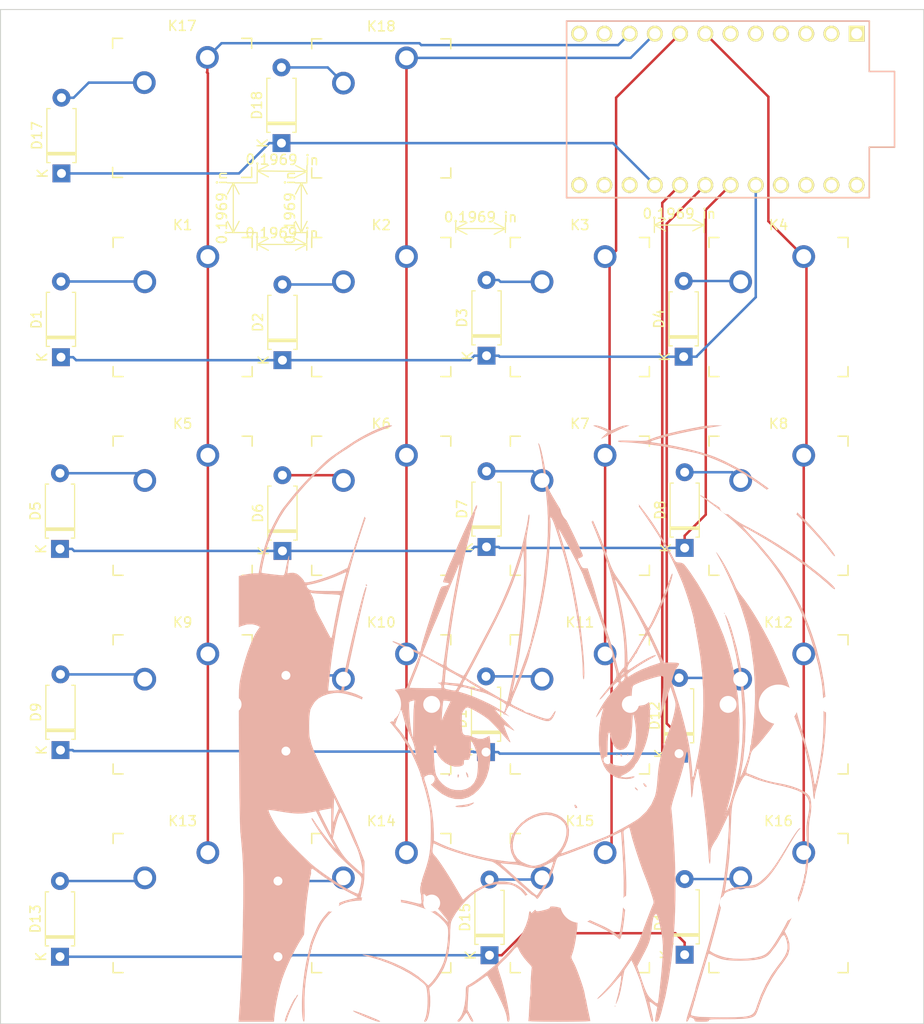
<source format=kicad_pcb>
(kicad_pcb (version 20171130) (host pcbnew "(5.1.6)-1")
  (layers (0 F.Cu signal) (31 B.Cu signal) (34 B.Paste user) (35 F.Paste user) (36 B.SilkS user) (37 F.SilkS user) (38 B.Mask user) (39 F.Mask user) (44 Edge.Cuts user))
  (net 0 "")
  (net 1 "Net-(D1-Pad2)")
  (net 2 "Net-(D1-Pad1)")
  (net 3 "Net-(D2-Pad2)")
  (net 4 "Net-(D3-Pad2)")
  (net 5 "Net-(D4-Pad2)")
  (net 6 "Net-(D5-Pad2)")
  (net 7 "Net-(D5-Pad1)")
  (net 8 "Net-(D6-Pad2)")
  (net 9 "Net-(D7-Pad2)")
  (net 10 "Net-(D8-Pad2)")
  (net 11 "Net-(D9-Pad2)")
  (net 12 "Net-(D10-Pad1)")
  (net 13 "Net-(D10-Pad2)")
  (net 14 "Net-(D11-Pad2)")
  (net 15 "Net-(D12-Pad2)")
  (net 16 "Net-(D13-Pad2)")
  (net 17 "Net-(D13-Pad1)")
  (net 18 "Net-(D14-Pad2)")
  (net 19 "Net-(D15-Pad2)")
  (net 20 "Net-(D16-Pad2)")
  (net 21 "Net-(D17-Pad2)")
  (net 22 "Net-(D17-Pad1)")
  (net 23 "Net-(D18-Pad2)")
  (net 24 C1)
  (net 25 C2)
  (net 26 C3)
  (net 27 C4)
  (net 28 "Net-(U1-Pad24)")
  (net 29 "Net-(U1-Pad23)")
  (net 30 "Net-(U1-Pad22)")
  (net 31 "Net-(U1-Pad21)")
  (net 32 "Net-(U1-Pad15)")
  (net 33 "Net-(U1-Pad14)")
  (net 34 "Net-(U1-Pad13)")
  (net 35 "Net-(U1-Pad12)")
  (net 36 "Net-(U1-Pad11)")
  (net 37 "Net-(U1-Pad6)")
  (net 38 "Net-(U1-Pad5)")
  (net 39 "Net-(U1-Pad4)")
  (net 40 "Net-(U1-Pad3)")
  (net 41 "Net-(U1-Pad2)")
  (net 42 "Net-(U1-Pad1)")
  (module Logo:Logo (layer B.Cu) (at 146.7612 84.5312 180)
    (fp_text reference G*** hide)
    (fp_text value LOGO hide)
  )
  (module Keyboard:SW_MX (layer F.Cu) (at 171.05 42.65)
    (fp_text reference K4 (at 0 -8.255) (layer F.SilkS))
    (fp_text value KEYSW)
    (pad "" np_thru_hole circle (at -5.08 0) (size 1.7018 1.7018) (drill 1.7018) (layers *.Cu *.Mask))
    (pad "" np_thru_hole circle (at 5.08 0) (size 1.7018 1.7018) (drill 1.7018) (layers *.Cu *.Mask))
    (pad 2 thru_hole circle (at -3.81 -2.54) (size 2.286 2.286) (drill 1.4986) (layers *.Cu *.Mask) (net 5 "Net-(D4-Pad2)"))
    (pad "" np_thru_hole circle (at 0 0) (size 3.9878 3.9878) (drill 3.9878) (layers *.Cu *.Mask))
    (pad 1 thru_hole circle (at 2.54 -5.08) (size 2.286 2.286) (drill 1.4986) (layers *.Cu *.Mask) (net 27 C4))
  )
  (module Keyboard:SW_MX (layer F.Cu) (at 131.05 42.65)
    (fp_text reference K2 (at 0 -8.255) (layer F.SilkS))
    (fp_text value KEYSW)
    (pad "" np_thru_hole circle (at -5.08 0) (size 1.7018 1.7018) (drill 1.7018) (layers *.Cu *.Mask))
    (pad "" np_thru_hole circle (at 5.08 0) (size 1.7018 1.7018) (drill 1.7018) (layers *.Cu *.Mask))
    (pad 2 thru_hole circle (at -3.81 -2.54) (size 2.286 2.286) (drill 1.4986) (layers *.Cu *.Mask) (net 3 "Net-(D2-Pad2)"))
    (pad "" np_thru_hole circle (at 0 0) (size 3.9878 3.9878) (drill 3.9878) (layers *.Cu *.Mask))
    (pad 1 thru_hole circle (at 2.54 -5.08) (size 2.286 2.286) (drill 1.4986) (layers *.Cu *.Mask) (net 25 C2))
  )
  (module Keyboard:SW_MX (layer F.Cu) (at 111.05 82.65)
    (fp_text reference K9 (at 0 -8.255) (layer F.SilkS))
    (fp_text value KEYSW)
    (pad "" np_thru_hole circle (at -5.08 0) (size 1.7018 1.7018) (drill 1.7018) (layers *.Cu *.Mask))
    (pad "" np_thru_hole circle (at 5.08 0) (size 1.7018 1.7018) (drill 1.7018) (layers *.Cu *.Mask))
    (pad 2 thru_hole circle (at -3.81 -2.54) (size 2.286 2.286) (drill 1.4986) (layers *.Cu *.Mask) (net 11 "Net-(D9-Pad2)"))
    (pad "" np_thru_hole circle (at 0 0) (size 3.9878 3.9878) (drill 3.9878) (layers *.Cu *.Mask))
    (pad 1 thru_hole circle (at 2.54 -5.08) (size 2.286 2.286) (drill 1.4986) (layers *.Cu *.Mask) (net 24 C1))
  )
  (module Keyboard:SW_MX (layer F.Cu) (at 111.05 102.65)
    (fp_text reference K13 (at 0 -8.255) (layer F.SilkS))
    (fp_text value KEYSW)
    (pad "" np_thru_hole circle (at -5.08 0) (size 1.7018 1.7018) (drill 1.7018) (layers *.Cu *.Mask))
    (pad "" np_thru_hole circle (at 5.08 0) (size 1.7018 1.7018) (drill 1.7018) (layers *.Cu *.Mask))
    (pad 2 thru_hole circle (at -3.81 -2.54) (size 2.286 2.286) (drill 1.4986) (layers *.Cu *.Mask) (net 16 "Net-(D13-Pad2)"))
    (pad "" np_thru_hole circle (at 0 0) (size 3.9878 3.9878) (drill 3.9878) (layers *.Cu *.Mask))
    (pad 1 thru_hole circle (at 2.54 -5.08) (size 2.286 2.286) (drill 1.4986) (layers *.Cu *.Mask) (net 24 C1))
  )
  (module Keyboard:SW_MX (layer F.Cu) (at 151.05 42.65)
    (fp_text reference K3 (at 0 -8.255) (layer F.SilkS))
    (fp_text value KEYSW)
    (pad "" np_thru_hole circle (at -5.08 0) (size 1.7018 1.7018) (drill 1.7018) (layers *.Cu *.Mask))
    (pad "" np_thru_hole circle (at 5.08 0) (size 1.7018 1.7018) (drill 1.7018) (layers *.Cu *.Mask))
    (pad 2 thru_hole circle (at -3.81 -2.54) (size 2.286 2.286) (drill 1.4986) (layers *.Cu *.Mask) (net 4 "Net-(D3-Pad2)"))
    (pad "" np_thru_hole circle (at 0 0) (size 3.9878 3.9878) (drill 3.9878) (layers *.Cu *.Mask))
    (pad 1 thru_hole circle (at 2.54 -5.08) (size 2.286 2.286) (drill 1.4986) (layers *.Cu *.Mask) (net 26 C3))
  )
  (module Diode_THT:D_A-405_P7.62mm_Horizontal (layer F.Cu) (at 121 26.15 90)
    (fp_text reference D18 (at 3.81 -2.47 90) (layer F.SilkS))
    (fp_text value D)
    (fp_text user K (at 0 -1.9 90) (layer F.SilkS))
    (pad 2 thru_hole oval (at 7.62 0 90) (size 1.8 1.8) (drill 0.9) (layers *.Cu *.Mask) (net 23 "Net-(D18-Pad2)"))
    (pad 1 thru_hole rect (at 0 0 90) (size 1.8 1.8) (drill 0.9) (layers *.Cu *.Mask) (net 22 "Net-(D17-Pad1)"))
  )
  (module Diode_THT:D_A-405_P7.62mm_Horizontal (layer F.Cu) (at 98.85 29.2 90)
    (fp_text reference D17 (at 3.81 -2.47 90) (layer F.SilkS))
    (fp_text value D)
    (fp_text user K (at 0 -1.9 90) (layer F.SilkS))
    (pad 2 thru_hole oval (at 7.62 0 90) (size 1.8 1.8) (drill 0.9) (layers *.Cu *.Mask) (net 21 "Net-(D17-Pad2)"))
    (pad 1 thru_hole rect (at 0 0 90) (size 1.8 1.8) (drill 0.9) (layers *.Cu *.Mask) (net 22 "Net-(D17-Pad1)"))
  )
  (module Diode_THT:D_A-405_P7.62mm_Horizontal (layer F.Cu) (at 161.6 107.85 90)
    (fp_text reference D16 (at 3.81 -2.47 90) (layer F.SilkS))
    (fp_text value D)
    (fp_text user K (at 0 -1.9 90) (layer F.SilkS))
    (pad 2 thru_hole oval (at 7.62 0 90) (size 1.8 1.8) (drill 0.9) (layers *.Cu *.Mask) (net 20 "Net-(D16-Pad2)"))
    (pad 1 thru_hole rect (at 0 0 90) (size 1.8 1.8) (drill 0.9) (layers *.Cu *.Mask) (net 17 "Net-(D13-Pad1)"))
  )
  (module Diode_THT:D_A-405_P7.62mm_Horizontal (layer F.Cu) (at 141.95 107.9 90)
    (fp_text reference D15 (at 3.81 -2.47 90) (layer F.SilkS))
    (fp_text value D)
    (fp_text user K (at 0 -1.9 90) (layer F.SilkS))
    (pad 2 thru_hole oval (at 7.62 0 90) (size 1.8 1.8) (drill 0.9) (layers *.Cu *.Mask) (net 19 "Net-(D15-Pad2)"))
    (pad 1 thru_hole rect (at 0 0 90) (size 1.8 1.8) (drill 0.9) (layers *.Cu *.Mask) (net 17 "Net-(D13-Pad1)"))
  )
  (module Diode_THT:D_A-405_P7.62mm_Horizontal (layer F.Cu) (at 120.65 108.05 90)
    (fp_text reference D14 (at 3.81 -2.47 90) (layer F.SilkS))
    (fp_text value D)
    (fp_text user K (at 0 -1.9 90) (layer F.SilkS))
    (pad 2 thru_hole oval (at 7.62 0 90) (size 1.8 1.8) (drill 0.9) (layers *.Cu *.Mask) (net 18 "Net-(D14-Pad2)"))
    (pad 1 thru_hole rect (at 0 0 90) (size 1.8 1.8) (drill 0.9) (layers *.Cu *.Mask) (net 17 "Net-(D13-Pad1)"))
  )
  (module Diode_THT:D_A-405_P7.62mm_Horizontal (layer F.Cu) (at 98.7 108.05 90)
    (fp_text reference D13 (at 3.81 -2.47 90) (layer F.SilkS))
    (fp_text value D)
    (fp_text user K (at 0 -1.9 90) (layer F.SilkS))
    (pad 2 thru_hole oval (at 7.62 0 90) (size 1.8 1.8) (drill 0.9) (layers *.Cu *.Mask) (net 16 "Net-(D13-Pad2)"))
    (pad 1 thru_hole rect (at 0 0 90) (size 1.8 1.8) (drill 0.9) (layers *.Cu *.Mask) (net 17 "Net-(D13-Pad1)"))
  )
  (module Diode_THT:D_A-405_P7.62mm_Horizontal (layer F.Cu) (at 161.036 87.6046 90)
    (fp_text reference D12 (at 3.81 -2.47 90) (layer F.SilkS))
    (fp_text value D)
    (fp_text user K (at 0 -1.9 90) (layer F.SilkS))
    (pad 2 thru_hole oval (at 7.62 0 90) (size 1.8 1.8) (drill 0.9) (layers *.Cu *.Mask) (net 15 "Net-(D12-Pad2)"))
    (pad 1 thru_hole rect (at 0 0 90) (size 1.8 1.8) (drill 0.9) (layers *.Cu *.Mask) (net 12 "Net-(D10-Pad1)"))
  )
  (module Diode_THT:D_A-405_P7.62mm_Horizontal (layer F.Cu) (at 141.6 87.45 90)
    (fp_text reference D11 (at 3.81 -2.47 90) (layer F.SilkS))
    (fp_text value D)
    (fp_text user K (at 0 -1.9 90) (layer F.SilkS))
    (pad 2 thru_hole oval (at 7.62 0 90) (size 1.8 1.8) (drill 0.9) (layers *.Cu *.Mask) (net 14 "Net-(D11-Pad2)"))
    (pad 1 thru_hole rect (at 0 0 90) (size 1.8 1.8) (drill 0.9) (layers *.Cu *.Mask) (net 12 "Net-(D10-Pad1)"))
  )
  (module Diode_THT:D_A-405_P7.62mm_Horizontal (layer F.Cu) (at 121.45 87.35 90)
    (fp_text reference D10 (at 3.81 -2.47 90) (layer F.SilkS))
    (fp_text value D)
    (fp_text user K (at 0 -1.9 90) (layer F.SilkS))
    (pad 2 thru_hole oval (at 7.62 0 90) (size 1.8 1.8) (drill 0.9) (layers *.Cu *.Mask) (net 13 "Net-(D10-Pad2)"))
    (pad 1 thru_hole rect (at 0 0 90) (size 1.8 1.8) (drill 0.9) (layers *.Cu *.Mask) (net 12 "Net-(D10-Pad1)"))
  )
  (module Diode_THT:D_A-405_P7.62mm_Horizontal (layer F.Cu) (at 98.75 87.25 90)
    (fp_text reference D9 (at 3.81 -2.47 90) (layer F.SilkS))
    (fp_text value D)
    (fp_text user K (at 0 -1.9 90) (layer F.SilkS))
    (pad 2 thru_hole oval (at 7.62 0 90) (size 1.8 1.8) (drill 0.9) (layers *.Cu *.Mask) (net 11 "Net-(D9-Pad2)"))
    (pad 1 thru_hole rect (at 0 0 90) (size 1.8 1.8) (drill 0.9) (layers *.Cu *.Mask) (net 12 "Net-(D10-Pad1)"))
  )
  (module Diode_THT:D_A-405_P7.62mm_Horizontal (layer F.Cu) (at 161.6 66.9 90)
    (fp_text reference D8 (at 3.81 -2.47 90) (layer F.SilkS))
    (fp_text value D)
    (fp_text user K (at 0 -1.9 90) (layer F.SilkS))
    (pad 2 thru_hole oval (at 7.62 0 90) (size 1.8 1.8) (drill 0.9) (layers *.Cu *.Mask) (net 10 "Net-(D8-Pad2)"))
    (pad 1 thru_hole rect (at 0 0 90) (size 1.8 1.8) (drill 0.9) (layers *.Cu *.Mask) (net 7 "Net-(D5-Pad1)"))
  )
  (module Diode_THT:D_A-405_P7.62mm_Horizontal (layer F.Cu) (at 141.65 66.8 90)
    (fp_text reference D7 (at 3.81 -2.47 90) (layer F.SilkS))
    (fp_text value D)
    (fp_text user K (at 0 -1.9 90) (layer F.SilkS))
    (pad 2 thru_hole oval (at 7.62 0 90) (size 1.8 1.8) (drill 0.9) (layers *.Cu *.Mask) (net 9 "Net-(D7-Pad2)"))
    (pad 1 thru_hole rect (at 0 0 90) (size 1.8 1.8) (drill 0.9) (layers *.Cu *.Mask) (net 7 "Net-(D5-Pad1)"))
  )
  (module Diode_THT:D_A-405_P7.62mm_Horizontal (layer F.Cu) (at 121.1 67.2 90)
    (fp_text reference D6 (at 3.81 -2.47 90) (layer F.SilkS))
    (fp_text value D)
    (fp_text user K (at 0 -1.9 90) (layer F.SilkS))
    (pad 2 thru_hole oval (at 7.62 0 90) (size 1.8 1.8) (drill 0.9) (layers *.Cu *.Mask) (net 8 "Net-(D6-Pad2)"))
    (pad 1 thru_hole rect (at 0 0 90) (size 1.8 1.8) (drill 0.9) (layers *.Cu *.Mask) (net 7 "Net-(D5-Pad1)"))
  )
  (module Diode_THT:D_A-405_P7.62mm_Horizontal (layer F.Cu) (at 98.7 67 90)
    (fp_text reference D5 (at 3.81 -2.47 90) (layer F.SilkS))
    (fp_text value D)
    (fp_text user K (at 0 -1.9 90) (layer F.SilkS))
    (pad 2 thru_hole oval (at 7.62 0 90) (size 1.8 1.8) (drill 0.9) (layers *.Cu *.Mask) (net 6 "Net-(D5-Pad2)"))
    (pad 1 thru_hole rect (at 0 0 90) (size 1.8 1.8) (drill 0.9) (layers *.Cu *.Mask) (net 7 "Net-(D5-Pad1)"))
  )
  (module Diode_THT:D_A-405_P7.62mm_Horizontal (layer F.Cu) (at 161.5 47.65 90)
    (fp_text reference D4 (at 3.81 -2.47 90) (layer F.SilkS))
    (fp_text value D)
    (fp_text user K (at 0 -1.9 90) (layer F.SilkS))
    (pad 2 thru_hole oval (at 7.62 0 90) (size 1.8 1.8) (drill 0.9) (layers *.Cu *.Mask) (net 5 "Net-(D4-Pad2)"))
    (pad 1 thru_hole rect (at 0 0 90) (size 1.8 1.8) (drill 0.9) (layers *.Cu *.Mask) (net 2 "Net-(D1-Pad1)"))
  )
  (module Diode_THT:D_A-405_P7.62mm_Horizontal (layer F.Cu) (at 141.65 47.55 90)
    (fp_text reference D3 (at 3.81 -2.47 90) (layer F.SilkS))
    (fp_text value D)
    (fp_text user K (at 0 -1.9 90) (layer F.SilkS))
    (pad 2 thru_hole oval (at 7.62 0 90) (size 1.8 1.8) (drill 0.9) (layers *.Cu *.Mask) (net 4 "Net-(D3-Pad2)"))
    (pad 1 thru_hole rect (at 0 0 90) (size 1.8 1.8) (drill 0.9) (layers *.Cu *.Mask) (net 2 "Net-(D1-Pad1)"))
  )
  (module Diode_THT:D_A-405_P7.62mm_Horizontal (layer F.Cu) (at 121.1 48 90)
    (fp_text reference D2 (at 3.81 -2.47 90) (layer F.SilkS))
    (fp_text value D)
    (fp_text user K (at 0 -1.9 90) (layer F.SilkS))
    (pad 2 thru_hole oval (at 7.62 0 90) (size 1.8 1.8) (drill 0.9) (layers *.Cu *.Mask) (net 3 "Net-(D2-Pad2)"))
    (pad 1 thru_hole rect (at 0 0 90) (size 1.8 1.8) (drill 0.9) (layers *.Cu *.Mask) (net 2 "Net-(D1-Pad1)"))
  )
  (module Diode_THT:D_A-405_P7.62mm_Horizontal (layer F.Cu) (at 98.8 47.7 90)
    (fp_text reference D1 (at 3.81 -2.47 90) (layer F.SilkS))
    (fp_text value D)
    (fp_text user K (at 0 -1.9 90) (layer F.SilkS))
    (pad 2 thru_hole oval (at 7.62 0 90) (size 1.8 1.8) (drill 0.9) (layers *.Cu *.Mask) (net 1 "Net-(D1-Pad2)"))
    (pad 1 thru_hole rect (at 0 0 90) (size 1.8 1.8) (drill 0.9) (layers *.Cu *.Mask) (net 2 "Net-(D1-Pad1)"))
  )
  (module promicro:ProMicro (layer F.Cu) (at 164.95 22.75 180)
    (fp_text reference U1 hide)
    (fp_text value ProMicro)
    (pad 24 thru_hole circle (at -13.97 -7.62 180) (size 1.6 1.6) (drill 1.1) (layers *.Cu *.Mask F.SilkS) (net 28 "Net-(U1-Pad24)"))
    (pad 23 thru_hole circle (at -11.43 -7.62 180) (size 1.6 1.6) (drill 1.1) (layers *.Cu *.Mask F.SilkS) (net 29 "Net-(U1-Pad23)"))
    (pad 22 thru_hole circle (at -8.89 -7.62 180) (size 1.6 1.6) (drill 1.1) (layers *.Cu *.Mask F.SilkS) (net 30 "Net-(U1-Pad22)"))
    (pad 21 thru_hole circle (at -6.35 -7.62 180) (size 1.6 1.6) (drill 1.1) (layers *.Cu *.Mask F.SilkS) (net 31 "Net-(U1-Pad21)"))
    (pad 20 thru_hole circle (at -3.81 -7.62 180) (size 1.6 1.6) (drill 1.1) (layers *.Cu *.Mask F.SilkS) (net 2 "Net-(D1-Pad1)"))
    (pad 19 thru_hole circle (at -1.27 -7.62 180) (size 1.6 1.6) (drill 1.1) (layers *.Cu *.Mask F.SilkS) (net 7 "Net-(D5-Pad1)"))
    (pad 18 thru_hole circle (at 1.27 -7.62 180) (size 1.6 1.6) (drill 1.1) (layers *.Cu *.Mask F.SilkS) (net 12 "Net-(D10-Pad1)"))
    (pad 17 thru_hole circle (at 3.81 -7.62 180) (size 1.6 1.6) (drill 1.1) (layers *.Cu *.Mask F.SilkS) (net 17 "Net-(D13-Pad1)"))
    (pad 16 thru_hole circle (at 6.35 -7.62 180) (size 1.6 1.6) (drill 1.1) (layers *.Cu *.Mask F.SilkS) (net 22 "Net-(D17-Pad1)"))
    (pad 15 thru_hole circle (at 8.89 -7.62 180) (size 1.6 1.6) (drill 1.1) (layers *.Cu *.Mask F.SilkS) (net 32 "Net-(U1-Pad15)"))
    (pad 14 thru_hole circle (at 11.43 -7.62 180) (size 1.6 1.6) (drill 1.1) (layers *.Cu *.Mask F.SilkS) (net 33 "Net-(U1-Pad14)"))
    (pad 13 thru_hole circle (at 13.97 -7.62 180) (size 1.6 1.6) (drill 1.1) (layers *.Cu *.Mask F.SilkS) (net 34 "Net-(U1-Pad13)"))
    (pad 12 thru_hole circle (at 13.97 7.62 180) (size 1.6 1.6) (drill 1.1) (layers *.Cu *.Mask F.SilkS) (net 35 "Net-(U1-Pad12)"))
    (pad 11 thru_hole circle (at 11.43 7.62 180) (size 1.6 1.6) (drill 1.1) (layers *.Cu *.Mask F.SilkS) (net 36 "Net-(U1-Pad11)"))
    (pad 10 thru_hole circle (at 8.89 7.62 180) (size 1.6 1.6) (drill 1.1) (layers *.Cu *.Mask F.SilkS) (net 24 C1))
    (pad 9 thru_hole circle (at 6.35 7.62 180) (size 1.6 1.6) (drill 1.1) (layers *.Cu *.Mask F.SilkS) (net 25 C2))
    (pad 8 thru_hole circle (at 3.81 7.62 180) (size 1.6 1.6) (drill 1.1) (layers *.Cu *.Mask F.SilkS) (net 26 C3))
    (pad 7 thru_hole circle (at 1.27 7.62 180) (size 1.6 1.6) (drill 1.1) (layers *.Cu *.Mask F.SilkS) (net 27 C4))
    (pad 6 thru_hole circle (at -1.27 7.62 180) (size 1.6 1.6) (drill 1.1) (layers *.Cu *.Mask F.SilkS) (net 37 "Net-(U1-Pad6)"))
    (pad 5 thru_hole circle (at -3.81 7.62 180) (size 1.6 1.6) (drill 1.1) (layers *.Cu *.Mask F.SilkS) (net 38 "Net-(U1-Pad5)"))
    (pad 4 thru_hole circle (at -6.35 7.62 180) (size 1.6 1.6) (drill 1.1) (layers *.Cu *.Mask F.SilkS) (net 39 "Net-(U1-Pad4)"))
    (pad 3 thru_hole circle (at -8.89 7.62 180) (size 1.6 1.6) (drill 1.1) (layers *.Cu *.Mask F.SilkS) (net 40 "Net-(U1-Pad3)"))
    (pad 2 thru_hole circle (at -11.43 7.62 180) (size 1.6 1.6) (drill 1.1) (layers *.Cu *.Mask F.SilkS) (net 41 "Net-(U1-Pad2)"))
    (pad 1 thru_hole rect (at -13.97 7.62 180) (size 1.6 1.6) (drill 1.1) (layers *.Cu *.Mask F.SilkS) (net 42 "Net-(U1-Pad1)"))
  )
  (module Keyboard:SW_MX (layer F.Cu) (at 131.05 22.65)
    (fp_text reference K18 (at 0 -8.255) (layer F.SilkS))
    (fp_text value KEYSW)
    (pad "" np_thru_hole circle (at -5.08 0) (size 1.7018 1.7018) (drill 1.7018) (layers *.Cu *.Mask))
    (pad "" np_thru_hole circle (at 5.08 0) (size 1.7018 1.7018) (drill 1.7018) (layers *.Cu *.Mask))
    (pad 2 thru_hole circle (at -3.81 -2.54) (size 2.286 2.286) (drill 1.4986) (layers *.Cu *.Mask) (net 23 "Net-(D18-Pad2)"))
    (pad "" np_thru_hole circle (at 0 0) (size 3.9878 3.9878) (drill 3.9878) (layers *.Cu *.Mask))
    (pad 1 thru_hole circle (at 2.54 -5.08) (size 2.286 2.286) (drill 1.4986) (layers *.Cu *.Mask) (net 25 C2))
  )
  (module Keyboard:SW_MX (layer F.Cu) (at 111 22.6)
    (fp_text reference K17 (at 0 -8.255) (layer F.SilkS))
    (fp_text value KEYSW)
    (pad "" np_thru_hole circle (at -5.08 0) (size 1.7018 1.7018) (drill 1.7018) (layers *.Cu *.Mask))
    (pad "" np_thru_hole circle (at 5.08 0) (size 1.7018 1.7018) (drill 1.7018) (layers *.Cu *.Mask))
    (pad 2 thru_hole circle (at -3.81 -2.54) (size 2.286 2.286) (drill 1.4986) (layers *.Cu *.Mask) (net 21 "Net-(D17-Pad2)"))
    (pad "" np_thru_hole circle (at 0 0) (size 3.9878 3.9878) (drill 3.9878) (layers *.Cu *.Mask))
    (pad 1 thru_hole circle (at 2.54 -5.08) (size 2.286 2.286) (drill 1.4986) (layers *.Cu *.Mask) (net 24 C1))
  )
  (module Keyboard:SW_MX (layer F.Cu) (at 171.05 102.65)
    (fp_text reference K16 (at 0 -8.255) (layer F.SilkS))
    (fp_text value KEYSW)
    (pad "" np_thru_hole circle (at -5.08 0) (size 1.7018 1.7018) (drill 1.7018) (layers *.Cu *.Mask))
    (pad "" np_thru_hole circle (at 5.08 0) (size 1.7018 1.7018) (drill 1.7018) (layers *.Cu *.Mask))
    (pad 2 thru_hole circle (at -3.81 -2.54) (size 2.286 2.286) (drill 1.4986) (layers *.Cu *.Mask) (net 20 "Net-(D16-Pad2)"))
    (pad "" np_thru_hole circle (at 0 0) (size 3.9878 3.9878) (drill 3.9878) (layers *.Cu *.Mask))
    (pad 1 thru_hole circle (at 2.54 -5.08) (size 2.286 2.286) (drill 1.4986) (layers *.Cu *.Mask) (net 27 C4))
  )
  (module Keyboard:SW_MX (layer F.Cu) (at 151.05 102.65)
    (fp_text reference K15 (at 0 -8.255) (layer F.SilkS))
    (fp_text value KEYSW)
    (pad "" np_thru_hole circle (at -5.08 0) (size 1.7018 1.7018) (drill 1.7018) (layers *.Cu *.Mask))
    (pad "" np_thru_hole circle (at 5.08 0) (size 1.7018 1.7018) (drill 1.7018) (layers *.Cu *.Mask))
    (pad 2 thru_hole circle (at -3.81 -2.54) (size 2.286 2.286) (drill 1.4986) (layers *.Cu *.Mask) (net 19 "Net-(D15-Pad2)"))
    (pad "" np_thru_hole circle (at 0 0) (size 3.9878 3.9878) (drill 3.9878) (layers *.Cu *.Mask))
    (pad 1 thru_hole circle (at 2.54 -5.08) (size 2.286 2.286) (drill 1.4986) (layers *.Cu *.Mask) (net 26 C3))
  )
  (module Keyboard:SW_MX (layer F.Cu) (at 131.05 102.65)
    (fp_text reference K14 (at 0 -8.255) (layer F.SilkS))
    (fp_text value KEYSW)
    (pad "" np_thru_hole circle (at -5.08 0) (size 1.7018 1.7018) (drill 1.7018) (layers *.Cu *.Mask))
    (pad "" np_thru_hole circle (at 5.08 0) (size 1.7018 1.7018) (drill 1.7018) (layers *.Cu *.Mask))
    (pad 2 thru_hole circle (at -3.81 -2.54) (size 2.286 2.286) (drill 1.4986) (layers *.Cu *.Mask) (net 18 "Net-(D14-Pad2)"))
    (pad "" np_thru_hole circle (at 0 0) (size 3.9878 3.9878) (drill 3.9878) (layers *.Cu *.Mask))
    (pad 1 thru_hole circle (at 2.54 -5.08) (size 2.286 2.286) (drill 1.4986) (layers *.Cu *.Mask) (net 25 C2))
  )
  (module Keyboard:SW_MX (layer F.Cu) (at 171.05 82.65)
    (fp_text reference K12 (at 0 -8.255) (layer F.SilkS))
    (fp_text value KEYSW)
    (pad "" np_thru_hole circle (at -5.08 0) (size 1.7018 1.7018) (drill 1.7018) (layers *.Cu *.Mask))
    (pad "" np_thru_hole circle (at 5.08 0) (size 1.7018 1.7018) (drill 1.7018) (layers *.Cu *.Mask))
    (pad 2 thru_hole circle (at -3.81 -2.54) (size 2.286 2.286) (drill 1.4986) (layers *.Cu *.Mask) (net 15 "Net-(D12-Pad2)"))
    (pad "" np_thru_hole circle (at 0 0) (size 3.9878 3.9878) (drill 3.9878) (layers *.Cu *.Mask))
    (pad 1 thru_hole circle (at 2.54 -5.08) (size 2.286 2.286) (drill 1.4986) (layers *.Cu *.Mask) (net 27 C4))
  )
  (module Keyboard:SW_MX (layer F.Cu) (at 151.05 82.65)
    (fp_text reference K11 (at 0 -8.255) (layer F.SilkS))
    (fp_text value KEYSW)
    (pad "" np_thru_hole circle (at -5.08 0) (size 1.7018 1.7018) (drill 1.7018) (layers *.Cu *.Mask))
    (pad "" np_thru_hole circle (at 5.08 0) (size 1.7018 1.7018) (drill 1.7018) (layers *.Cu *.Mask))
    (pad 2 thru_hole circle (at -3.81 -2.54) (size 2.286 2.286) (drill 1.4986) (layers *.Cu *.Mask) (net 14 "Net-(D11-Pad2)"))
    (pad "" np_thru_hole circle (at 0 0) (size 3.9878 3.9878) (drill 3.9878) (layers *.Cu *.Mask))
    (pad 1 thru_hole circle (at 2.54 -5.08) (size 2.286 2.286) (drill 1.4986) (layers *.Cu *.Mask) (net 26 C3))
  )
  (module Keyboard:SW_MX (layer F.Cu) (at 131.05 82.65)
    (fp_text reference K10 (at 0 -8.255) (layer F.SilkS))
    (fp_text value KEYSW)
    (pad "" np_thru_hole circle (at -5.08 0) (size 1.7018 1.7018) (drill 1.7018) (layers *.Cu *.Mask))
    (pad "" np_thru_hole circle (at 5.08 0) (size 1.7018 1.7018) (drill 1.7018) (layers *.Cu *.Mask))
    (pad 2 thru_hole circle (at -3.81 -2.54) (size 2.286 2.286) (drill 1.4986) (layers *.Cu *.Mask) (net 13 "Net-(D10-Pad2)"))
    (pad "" np_thru_hole circle (at 0 0) (size 3.9878 3.9878) (drill 3.9878) (layers *.Cu *.Mask))
    (pad 1 thru_hole circle (at 2.54 -5.08) (size 2.286 2.286) (drill 1.4986) (layers *.Cu *.Mask) (net 25 C2))
  )
  (module Keyboard:SW_MX (layer F.Cu) (at 171.05 62.65)
    (fp_text reference K8 (at 0 -8.255) (layer F.SilkS))
    (fp_text value KEYSW)
    (pad "" np_thru_hole circle (at -5.08 0) (size 1.7018 1.7018) (drill 1.7018) (layers *.Cu *.Mask))
    (pad "" np_thru_hole circle (at 5.08 0) (size 1.7018 1.7018) (drill 1.7018) (layers *.Cu *.Mask))
    (pad 2 thru_hole circle (at -3.81 -2.54) (size 2.286 2.286) (drill 1.4986) (layers *.Cu *.Mask) (net 10 "Net-(D8-Pad2)"))
    (pad "" np_thru_hole circle (at 0 0) (size 3.9878 3.9878) (drill 3.9878) (layers *.Cu *.Mask))
    (pad 1 thru_hole circle (at 2.54 -5.08) (size 2.286 2.286) (drill 1.4986) (layers *.Cu *.Mask) (net 27 C4))
  )
  (module Keyboard:SW_MX (layer F.Cu) (at 151.05 62.65)
    (fp_text reference K7 (at 0 -8.255) (layer F.SilkS))
    (fp_text value KEYSW)
    (pad "" np_thru_hole circle (at -5.08 0) (size 1.7018 1.7018) (drill 1.7018) (layers *.Cu *.Mask))
    (pad "" np_thru_hole circle (at 5.08 0) (size 1.7018 1.7018) (drill 1.7018) (layers *.Cu *.Mask))
    (pad 2 thru_hole circle (at -3.81 -2.54) (size 2.286 2.286) (drill 1.4986) (layers *.Cu *.Mask) (net 9 "Net-(D7-Pad2)"))
    (pad "" np_thru_hole circle (at 0 0) (size 3.9878 3.9878) (drill 3.9878) (layers *.Cu *.Mask))
    (pad 1 thru_hole circle (at 2.54 -5.08) (size 2.286 2.286) (drill 1.4986) (layers *.Cu *.Mask) (net 26 C3))
  )
  (module Keyboard:SW_MX (layer F.Cu) (at 131.05 62.65)
    (fp_text reference K6 (at 0 -8.255) (layer F.SilkS))
    (fp_text value KEYSW)
    (pad "" np_thru_hole circle (at -5.08 0) (size 1.7018 1.7018) (drill 1.7018) (layers *.Cu *.Mask))
    (pad "" np_thru_hole circle (at 5.08 0) (size 1.7018 1.7018) (drill 1.7018) (layers *.Cu *.Mask))
    (pad 2 thru_hole circle (at -3.81 -2.54) (size 2.286 2.286) (drill 1.4986) (layers *.Cu *.Mask) (net 8 "Net-(D6-Pad2)"))
    (pad "" np_thru_hole circle (at 0 0) (size 3.9878 3.9878) (drill 3.9878) (layers *.Cu *.Mask))
    (pad 1 thru_hole circle (at 2.54 -5.08) (size 2.286 2.286) (drill 1.4986) (layers *.Cu *.Mask) (net 25 C2))
  )
  (module Keyboard:SW_MX (layer F.Cu) (at 111.05 62.65)
    (fp_text reference K5 (at 0 -8.255) (layer F.SilkS))
    (fp_text value KEYSW)
    (pad "" np_thru_hole circle (at -5.08 0) (size 1.7018 1.7018) (drill 1.7018) (layers *.Cu *.Mask))
    (pad "" np_thru_hole circle (at 5.08 0) (size 1.7018 1.7018) (drill 1.7018) (layers *.Cu *.Mask))
    (pad 2 thru_hole circle (at -3.81 -2.54) (size 2.286 2.286) (drill 1.4986) (layers *.Cu *.Mask) (net 6 "Net-(D5-Pad2)"))
    (pad "" np_thru_hole circle (at 0 0) (size 3.9878 3.9878) (drill 3.9878) (layers *.Cu *.Mask))
    (pad 1 thru_hole circle (at 2.54 -5.08) (size 2.286 2.286) (drill 1.4986) (layers *.Cu *.Mask) (net 24 C1))
  )
  (module Keyboard:SW_MX (layer F.Cu) (at 111.05 42.65)
    (fp_text reference K1 (at 0 -8.255) (layer F.SilkS))
    (fp_text value KEYSW)
    (pad "" np_thru_hole circle (at -5.08 0) (size 1.7018 1.7018) (drill 1.7018) (layers *.Cu *.Mask))
    (pad "" np_thru_hole circle (at 5.08 0) (size 1.7018 1.7018) (drill 1.7018) (layers *.Cu *.Mask))
    (pad 2 thru_hole circle (at -3.81 -2.54) (size 2.286 2.286) (drill 1.4986) (layers *.Cu *.Mask) (net 1 "Net-(D1-Pad2)"))
    (pad "" np_thru_hole circle (at 0 0) (size 3.9878 3.9878) (drill 3.9878) (layers *.Cu *.Mask))
    (pad 1 thru_hole circle (at 2.54 -5.08) (size 2.286 2.286) (drill 1.4986) (layers *.Cu *.Mask) (net 24 C1))
  )
  (gr_line (start 185.674 12.7) (end 185.674 114.808) (layer Edge.Cuts) (width 0.1))
  (gr_line (start 92.71 12.7) (end 185.674 12.7) (layer Edge.Cuts) (width 0.1))
  (gr_line (start 92.71 114.808) (end 92.71 12.7) (layer Edge.Cuts) (width 0.1))
  (gr_line (start 185.674 114.808) (end 92.71 114.808) (layer Edge.Cuts) (width 0.1))
  (dimension 5 (width 0.12) (layer F.SilkS) (gr_text "5.000 mm" (at 161.05 33.13) (layer F.SilkS) (effects (font (size 1 1) (thickness 0.15)))) (feature1 (pts (xy 163.55 35.15) (xy 163.55 33.813579))) (feature2 (pts (xy 158.55 35.15) (xy 158.55 33.813579))) (crossbar (pts (xy 158.55 34.4) (xy 163.55 34.4))) (arrow1a (pts (xy 163.55 34.4) (xy 162.423496 34.986421))) (arrow1b (pts (xy 163.55 34.4) (xy 162.423496 33.813579))) (arrow2a (pts (xy 158.55 34.4) (xy 159.676504 34.986421))) (arrow2b (pts (xy 158.55 34.4) (xy 159.676504 33.813579))))
  (dimension 5 (width 0.12) (layer F.SilkS) (gr_text "5.000 mm" (at 141.05 33.48) (layer F.SilkS) (effects (font (size 1 1) (thickness 0.15)))) (feature1 (pts (xy 143.55 35.15) (xy 143.55 34.163579))) (feature2 (pts (xy 138.55 35.15) (xy 138.55 34.163579))) (crossbar (pts (xy 138.55 34.75) (xy 143.55 34.75))) (arrow1a (pts (xy 143.55 34.75) (xy 142.423496 35.336421))) (arrow1b (pts (xy 143.55 34.75) (xy 142.423496 34.163579))) (arrow2a (pts (xy 138.55 34.75) (xy 139.676504 35.336421))) (arrow2b (pts (xy 138.55 34.75) (xy 139.676504 34.163579))))
  (dimension 5 (width 0.12) (layer F.SilkS) (gr_text "5.000 mm" (at 114.88 32.65 90) (layer F.SilkS) (effects (font (size 1 1) (thickness 0.15)))) (feature1 (pts (xy 118.55 30.15) (xy 115.563579 30.15))) (feature2 (pts (xy 118.55 35.15) (xy 115.563579 35.15))) (crossbar (pts (xy 116.15 35.15) (xy 116.15 30.15))) (arrow1a (pts (xy 116.15 30.15) (xy 116.736421 31.276504))) (arrow1b (pts (xy 116.15 30.15) (xy 115.563579 31.276504))) (arrow2a (pts (xy 116.15 35.15) (xy 116.736421 34.023496))) (arrow2b (pts (xy 116.15 35.15) (xy 115.563579 34.023496))))
  (dimension 5.00025 (width 0.12) (layer F.SilkS) (gr_text "5.000 mm" (at 121.074208 27.704179 -0.5729386977) (layer F.SilkS) (effects (font (size 1 1) (thickness 0.15)))) (feature1 (pts (xy 118.55 30.1) (xy 118.567373 28.362724))) (feature2 (pts (xy 123.55 30.15) (xy 123.567373 28.412724))) (crossbar (pts (xy 123.561509 28.999116) (xy 118.561509 28.949116))) (arrow1a (pts (xy 118.561509 28.949116) (xy 119.69382 28.373989))) (arrow1b (pts (xy 118.561509 28.949116) (xy 119.682093 29.546772))) (arrow2a (pts (xy 123.561509 28.999116) (xy 122.440925 28.40146))) (arrow2b (pts (xy 123.561509 28.999116) (xy 122.429198 29.574243))))
  (dimension 5 (width 0.12) (layer F.SilkS) (gr_text "5.000 mm" (at 121.73 32.65 90) (layer F.SilkS) (effects (font (size 1 1) (thickness 0.15)))) (feature1 (pts (xy 123.55 30.15) (xy 122.413579 30.15))) (feature2 (pts (xy 123.55 35.15) (xy 122.413579 35.15))) (crossbar (pts (xy 123 35.15) (xy 123 30.15))) (arrow1a (pts (xy 123 30.15) (xy 123.586421 31.276504))) (arrow1b (pts (xy 123 30.15) (xy 122.413579 31.276504))) (arrow2a (pts (xy 123 35.15) (xy 123.586421 34.023496))) (arrow2b (pts (xy 123 35.15) (xy 122.413579 34.023496))))
  (dimension 5 (width 0.12) (layer F.SilkS) (gr_text "5.000 mm" (at 121.05 37.62) (layer F.SilkS) (effects (font (size 1 1) (thickness 0.15)))) (feature1 (pts (xy 123.55 35.15) (xy 123.55 36.936421))) (feature2 (pts (xy 118.55 35.15) (xy 118.55 36.936421))) (crossbar (pts (xy 118.55 36.35) (xy 123.55 36.35))) (arrow1a (pts (xy 123.55 36.35) (xy 122.423496 36.936421))) (arrow1b (pts (xy 123.55 36.35) (xy 122.423496 35.763579))) (arrow2a (pts (xy 118.55 36.35) (xy 119.676504 36.936421))) (arrow2b (pts (xy 118.55 36.35) (xy 119.676504 35.763579))))
  (segment (start 98.8 40.08) (end 107.21 40.08) (width 0.25) (layer B.Cu) (net 1))
  (segment (start 107.21 40.08) (end 107.24 40.11) (width 0.25) (layer B.Cu) (net 1))
  (segment (start 141.65 47.55) (end 142.8753 47.55) (width 0.25) (layer B.Cu) (net 2))
  (segment (start 161.5 47.65) (end 142.9753 47.65) (width 0.25) (layer B.Cu) (net 2))
  (segment (start 142.9753 47.65) (end 142.8753 47.55) (width 0.25) (layer B.Cu) (net 2))
  (segment (start 162.807 47.65) (end 161.5 47.65) (width 0.25) (layer B.Cu) (net 2))
  (segment (start 121.1 48) (end 100.3253 48) (width 0.25) (layer B.Cu) (net 2))
  (segment (start 100.3253 48) (end 100.0253 47.7) (width 0.25) (layer B.Cu) (net 2))
  (segment (start 140.4247 47.55) (end 139.9747 48) (width 0.25) (layer B.Cu) (net 2))
  (segment (start 139.9747 48) (end 121.1 48) (width 0.25) (layer B.Cu) (net 2))
  (segment (start 98.8 47.7) (end 100.0253 47.7) (width 0.25) (layer B.Cu) (net 2))
  (segment (start 162.807 47.65) (end 162.807 47.613) (width 0.25) (layer B.Cu) (net 2))
  (segment (start 162.807 47.613) (end 168.76 41.66) (width 0.25) (layer B.Cu) (net 2))
  (segment (start 168.76 41.66) (end 168.76 30.37) (width 0.25) (layer B.Cu) (net 2))
  (segment (start 141.65 47.55) (end 140.4247 47.55) (width 0.25) (layer B.Cu) (net 2))
  (segment (start 121.1 40.38) (end 126.97 40.38) (width 0.25) (layer B.Cu) (net 3))
  (segment (start 126.97 40.38) (end 127.24 40.11) (width 0.25) (layer B.Cu) (net 3))
  (segment (start 141.65 39.93) (end 142.8753 39.93) (width 0.25) (layer B.Cu) (net 4))
  (segment (start 147.24 40.11) (end 143.0553 40.11) (width 0.25) (layer B.Cu) (net 4))
  (segment (start 143.0553 40.11) (end 142.8753 39.93) (width 0.25) (layer B.Cu) (net 4))
  (segment (start 147.575 40.045) (end 147.305 40.045) (width 0.25) (layer B.Cu) (net 4))
  (segment (start 147.305 40.045) (end 147.24 40.11) (width 0.25) (layer B.Cu) (net 4))
  (segment (start 147.575 40.045) (end 147.46 39.93) (width 0.25) (layer B.Cu) (net 4))
  (segment (start 147.69 40.16) (end 147.575 40.045) (width 0.25) (layer B.Cu) (net 4))
  (segment (start 161.5 40.03) (end 167.16 40.03) (width 0.25) (layer B.Cu) (net 5))
  (segment (start 167.16 40.03) (end 167.24 40.11) (width 0.25) (layer B.Cu) (net 5))
  (segment (start 98.7 59.38) (end 106.51 59.38) (width 0.25) (layer B.Cu) (net 6))
  (segment (start 106.51 59.38) (end 107.24 60.11) (width 0.25) (layer B.Cu) (net 6))
  (segment (start 161.6 65.6747) (end 163.7259 63.5488) (width 0.25) (layer F.Cu) (net 7))
  (segment (start 163.7259 63.5488) (end 163.7259 32.8641) (width 0.25) (layer F.Cu) (net 7))
  (segment (start 163.7259 32.8641) (end 166.22 30.37) (width 0.25) (layer F.Cu) (net 7))
  (segment (start 161.6 66.9) (end 161.6 65.6747) (width 0.25) (layer F.Cu) (net 7))
  (segment (start 121.1 67.2) (end 140.0247 67.2) (width 0.25) (layer B.Cu) (net 7))
  (segment (start 140.0247 67.2) (end 140.4247 66.8) (width 0.25) (layer B.Cu) (net 7))
  (segment (start 99.9253 67) (end 100.1253 67.2) (width 0.25) (layer B.Cu) (net 7))
  (segment (start 100.1253 67.2) (end 121.1 67.2) (width 0.25) (layer B.Cu) (net 7))
  (segment (start 141.65 66.8) (end 140.4247 66.8) (width 0.25) (layer B.Cu) (net 7))
  (segment (start 141.65 66.8) (end 142.8753 66.8) (width 0.25) (layer B.Cu) (net 7))
  (segment (start 161.6 66.9) (end 142.9753 66.9) (width 0.25) (layer B.Cu) (net 7))
  (segment (start 142.9753 66.9) (end 142.8753 66.8) (width 0.25) (layer B.Cu) (net 7))
  (segment (start 98.7 67) (end 99.9253 67) (width 0.25) (layer B.Cu) (net 7))
  (segment (start 121.1 59.58) (end 126.71 59.58) (width 0.25) (layer F.Cu) (net 8))
  (segment (start 126.71 59.58) (end 127.24 60.11) (width 0.25) (layer F.Cu) (net 8))
  (segment (start 141.65 59.18) (end 146.31 59.18) (width 0.25) (layer B.Cu) (net 9))
  (segment (start 146.31 59.18) (end 147.24 60.11) (width 0.25) (layer B.Cu) (net 9))
  (segment (start 161.6 59.28) (end 166.41 59.28) (width 0.25) (layer B.Cu) (net 10))
  (segment (start 166.41 59.28) (end 167.24 60.11) (width 0.25) (layer B.Cu) (net 10))
  (segment (start 98.75 79.63) (end 106.76 79.63) (width 0.25) (layer B.Cu) (net 11))
  (segment (start 106.76 79.63) (end 107.24 80.11) (width 0.25) (layer B.Cu) (net 11))
  (segment (start 161.65 86.4247) (end 159.7957 84.5704) (width 0.25) (layer F.Cu) (net 12))
  (segment (start 159.7957 84.5704) (end 159.7957 34.2543) (width 0.25) (layer F.Cu) (net 12))
  (segment (start 159.7957 34.2543) (end 163.68 30.37) (width 0.25) (layer F.Cu) (net 12))
  (segment (start 161.65 87.6046) (end 161.65 86.4247) (width 0.25) (layer F.Cu) (net 12))
  (segment (start 161.65 87.65) (end 161.65 87.6046) (width 0.25) (layer F.Cu) (net 12))
  (segment (start 161.036 87.6046) (end 161.65 87.6046) (width 0.25) (layer F.Cu) (net 12))
  (segment (start 141.6 87.45) (end 140.3747 87.45) (width 0.25) (layer B.Cu) (net 12))
  (segment (start 122.725 87.4) (end 140.3247 87.4) (width 0.25) (layer B.Cu) (net 12))
  (segment (start 140.3247 87.4) (end 140.3747 87.45) (width 0.25) (layer B.Cu) (net 12))
  (segment (start 122.725 87.4) (end 122.775 87.45) (width 0.25) (layer B.Cu) (net 12))
  (segment (start 121.45 87.35) (end 122.675 87.35) (width 0.25) (layer B.Cu) (net 12))
  (segment (start 122.675 87.35) (end 122.725 87.4) (width 0.25) (layer B.Cu) (net 12))
  (segment (start 121.45 87.35) (end 100.075 87.35) (width 0.25) (layer B.Cu) (net 12))
  (segment (start 141.6 87.45) (end 142.8253 87.45) (width 0.25) (layer B.Cu) (net 12))
  (segment (start 142.8253 87.45) (end 142.9799 87.6046) (width 0.25) (layer B.Cu) (net 12))
  (segment (start 142.9799 87.6046) (end 159.8107 87.6046) (width 0.25) (layer B.Cu) (net 12))
  (segment (start 161.036 87.6046) (end 159.8107 87.6046) (width 0.25) (layer B.Cu) (net 12))
  (segment (start 98.75 87.25) (end 99.9753 87.25) (width 0.25) (layer B.Cu) (net 12))
  (segment (start 99.9753 87.25) (end 100.075 87.35) (width 0.25) (layer B.Cu) (net 12))
  (segment (start 121.45 79.73) (end 126.86 79.73) (width 0.25) (layer B.Cu) (net 13))
  (segment (start 126.86 79.73) (end 127.24 80.11) (width 0.25) (layer B.Cu) (net 13))
  (segment (start 141.6 79.83) (end 146.96 79.83) (width 0.25) (layer B.Cu) (net 14))
  (segment (start 146.96 79.83) (end 147.24 80.11) (width 0.25) (layer B.Cu) (net 14))
  (segment (start 161.036 79.9846) (end 167.1146 79.9846) (width 0.25) (layer B.Cu) (net 15))
  (segment (start 167.1146 79.9846) (end 167.24 80.11) (width 0.25) (layer B.Cu) (net 15))
  (segment (start 98.7 100.43) (end 106.92 100.43) (width 0.25) (layer B.Cu) (net 16))
  (segment (start 106.92 100.43) (end 107.24 100.11) (width 0.25) (layer B.Cu) (net 16))
  (segment (start 161.14 30.37) (end 159.3453 32.1647) (width 0.25) (layer F.Cu) (net 17))
  (segment (start 120.65 108.05) (end 121.8753 108.05) (width 0.25) (layer B.Cu) (net 17))
  (segment (start 141.95 107.9) (end 122.0253 107.9) (width 0.25) (layer B.Cu) (net 17))
  (segment (start 122.0253 107.9) (end 121.8753 108.05) (width 0.25) (layer B.Cu) (net 17))
  (segment (start 98.7 108.05) (end 120.65 108.05) (width 0.25) (layer B.Cu) (net 17))
  (segment (start 159.3453 32.1647) (end 159.3453 105.6843) (width 0.25) (layer F.Cu) (net 17))
  (segment (start 141.95 107.9) (end 143.1753 107.9) (width 0.25) (layer F.Cu) (net 17))
  (segment (start 145.391 105.6843) (end 143.1753 107.9) (width 0.25) (layer F.Cu) (net 17))
  (segment (start 159.3453 105.6843) (end 145.391 105.6843) (width 0.25) (layer F.Cu) (net 17))
  (segment (start 161.6 107.85) (end 161.6 106.6247) (width 0.25) (layer F.Cu) (net 17))
  (segment (start 161.6 106.6247) (end 160.6596 105.6843) (width 0.25) (layer F.Cu) (net 17))
  (segment (start 160.6596 105.6843) (end 159.3453 105.6843) (width 0.25) (layer F.Cu) (net 17))
  (segment (start 120.65 100.43) (end 126.92 100.43) (width 0.25) (layer B.Cu) (net 18))
  (segment (start 126.92 100.43) (end 127.24 100.11) (width 0.25) (layer B.Cu) (net 18))
  (segment (start 141.95 100.28) (end 147.07 100.28) (width 0.25) (layer B.Cu) (net 19))
  (segment (start 147.07 100.28) (end 147.24 100.11) (width 0.25) (layer B.Cu) (net 19))
  (segment (start 161.6 100.23) (end 167.12 100.23) (width 0.25) (layer B.Cu) (net 20))
  (segment (start 167.12 100.23) (end 167.24 100.11) (width 0.25) (layer B.Cu) (net 20))
  (segment (start 98.85 21.58) (end 100.0753 21.58) (width 0.25) (layer B.Cu) (net 21))
  (segment (start 100.0753 21.58) (end 101.5953 20.06) (width 0.25) (layer B.Cu) (net 21))
  (segment (start 101.5953 20.06) (end 107.19 20.06) (width 0.25) (layer B.Cu) (net 21))
  (segment (start 158.6 30.37) (end 154.38 26.15) (width 0.25) (layer B.Cu) (net 22))
  (segment (start 154.38 26.15) (end 121 26.15) (width 0.25) (layer B.Cu) (net 22))
  (segment (start 121 26.15) (end 119.7747 26.15) (width 0.25) (layer B.Cu) (net 22))
  (segment (start 98.85 29.2) (end 116.7247 29.2) (width 0.25) (layer B.Cu) (net 22))
  (segment (start 116.7247 29.2) (end 119.7747 26.15) (width 0.25) (layer B.Cu) (net 22))
  (segment (start 121 18.53) (end 125.66 18.53) (width 0.25) (layer B.Cu) (net 23))
  (segment (start 125.66 18.53) (end 127.24 20.11) (width 0.25) (layer B.Cu) (net 23))
  (segment (start 156.06 15.13) (end 154.9099 16.2801) (width 0.25) (layer B.Cu) (net 24))
  (segment (start 154.9099 16.2801) (end 135.0831 16.2801) (width 0.25) (layer B.Cu) (net 24))
  (segment (start 135.0831 16.2801) (end 134.8942 16.0912) (width 0.25) (layer B.Cu) (net 24))
  (segment (start 134.8942 16.0912) (end 114.9688 16.0912) (width 0.25) (layer B.Cu) (net 24))
  (segment (start 114.9688 16.0912) (end 113.54 17.52) (width 0.25) (layer B.Cu) (net 24))
  (segment (start 113.59 97.57) (end 113.59 77.57) (width 0.25) (layer F.Cu) (net 24))
  (segment (start 113.59 57.57) (end 113.59 76.77) (width 0.25) (layer F.Cu) (net 24))
  (segment (start 113.59 76.77) (end 113.34 77.02) (width 0.25) (layer F.Cu) (net 24))
  (segment (start 113.59 37.57) (end 113.59 57.57) (width 0.25) (layer F.Cu) (net 24))
  (segment (start 113.59 37.57) (end 113.59 19.12) (width 0.25) (layer F.Cu) (net 24))
  (segment (start 113.54 19.07) (end 113.49 19.02) (width 0.25) (layer F.Cu) (net 24))
  (segment (start 113.59 19.12) (end 113.54 19.07) (width 0.25) (layer F.Cu) (net 24))
  (segment (start 113.54 19.07) (end 113.54 17.52) (width 0.25) (layer F.Cu) (net 24))
  (segment (start 113.44 77.12) (end 113.59 77.27) (width 0.25) (layer F.Cu) (net 24))
  (segment (start 113.59 77.27) (end 113.59 77.57) (width 0.25) (layer F.Cu) (net 24))
  (segment (start 113.44 77.12) (end 113.34 77.02) (width 0.25) (layer F.Cu) (net 24))
  (segment (start 158.6 15.13) (end 156.16 17.57) (width 0.25) (layer B.Cu) (net 25))
  (segment (start 156.16 17.57) (end 133.59 17.57) (width 0.25) (layer B.Cu) (net 25))
  (segment (start 133.59 17.57) (end 133.59 37.57) (width 0.25) (layer F.Cu) (net 25))
  (segment (start 133.59 57.57) (end 133.59 37.57) (width 0.25) (layer F.Cu) (net 25))
  (segment (start 133.59 77.57) (end 133.59 57.57) (width 0.25) (layer F.Cu) (net 25))
  (segment (start 133.59 77.57) (end 133.59 97.57) (width 0.25) (layer F.Cu) (net 25))
  (segment (start 153.59 77.57) (end 154.24 78.22) (width 0.25) (layer F.Cu) (net 26))
  (segment (start 154.24 78.22) (end 154.24 96.67) (width 0.25) (layer F.Cu) (net 26))
  (segment (start 153.59 77.57) (end 153.59 57.57) (width 0.25) (layer F.Cu) (net 26))
  (segment (start 161.14 15.13) (end 154.697 21.573) (width 0.25) (layer F.Cu) (net 26))
  (segment (start 154.697 21.573) (end 154.697 36.9633) (width 0.25) (layer F.Cu) (net 26))
  (segment (start 154.04 37.62) (end 154.697 36.9633) (width 0.25) (layer F.Cu) (net 26))
  (segment (start 153.59 57.57) (end 154.24 56.92) (width 0.25) (layer F.Cu) (net 26))
  (segment (start 154.04 56.72) (end 154.04 37.62) (width 0.25) (layer F.Cu) (net 26))
  (segment (start 154.04 37.62) (end 153.64 37.62) (width 0.25) (layer F.Cu) (net 26))
  (segment (start 153.64 37.62) (end 153.59 37.57) (width 0.25) (layer F.Cu) (net 26))
  (segment (start 154.24 96.67) (end 154.19 96.72) (width 0.25) (layer F.Cu) (net 26))
  (segment (start 154.04 56.72) (end 154.24 56.92) (width 0.25) (layer F.Cu) (net 26))
  (segment (start 154.19 96.72) (end 153.59 97.32) (width 0.25) (layer F.Cu) (net 26))
  (segment (start 153.59 97.32) (end 153.59 97.57) (width 0.25) (layer F.Cu) (net 26))
  (segment (start 173.89 77.27) (end 173.59 76.97) (width 0.25) (layer F.Cu) (net 27))
  (segment (start 173.59 76.97) (end 173.59 57.57) (width 0.25) (layer F.Cu) (net 27))
  (segment (start 173.94 77.32) (end 173.89 77.27) (width 0.25) (layer F.Cu) (net 27))
  (segment (start 173.89 77.27) (end 173.59 77.57) (width 0.25) (layer F.Cu) (net 27))
  (segment (start 173.59 57.57) (end 173.94 57.22) (width 0.25) (layer F.Cu) (net 27))
  (segment (start 173.94 57.22) (end 173.94 56.92) (width 0.25) (layer F.Cu) (net 27))
  (segment (start 173.59 97.57) (end 173.59 77.57) (width 0.25) (layer F.Cu) (net 27))
  (segment (start 173.94 77.32) (end 173.99 77.37) (width 0.25) (layer F.Cu) (net 27))
  (segment (start 173.865 56.845) (end 173.865 37.845) (width 0.25) (layer F.Cu) (net 27))
  (segment (start 173.865 37.845) (end 173.59 37.57) (width 0.25) (layer F.Cu) (net 27))
  (segment (start 173.865 56.845) (end 173.94 56.92) (width 0.25) (layer F.Cu) (net 27))
  (segment (start 173.84 56.82) (end 173.865 56.845) (width 0.25) (layer F.Cu) (net 27))
  (segment (start 163.68 15.13) (end 170.03 21.48) (width 0.25) (layer F.Cu) (net 27))
  (segment (start 170.03 21.48) (end 170.03 34.01) (width 0.25) (layer F.Cu) (net 27))
  (segment (start 170.03 34.01) (end 173.59 37.57) (width 0.25) (layer F.Cu) (net 27))
)
</source>
